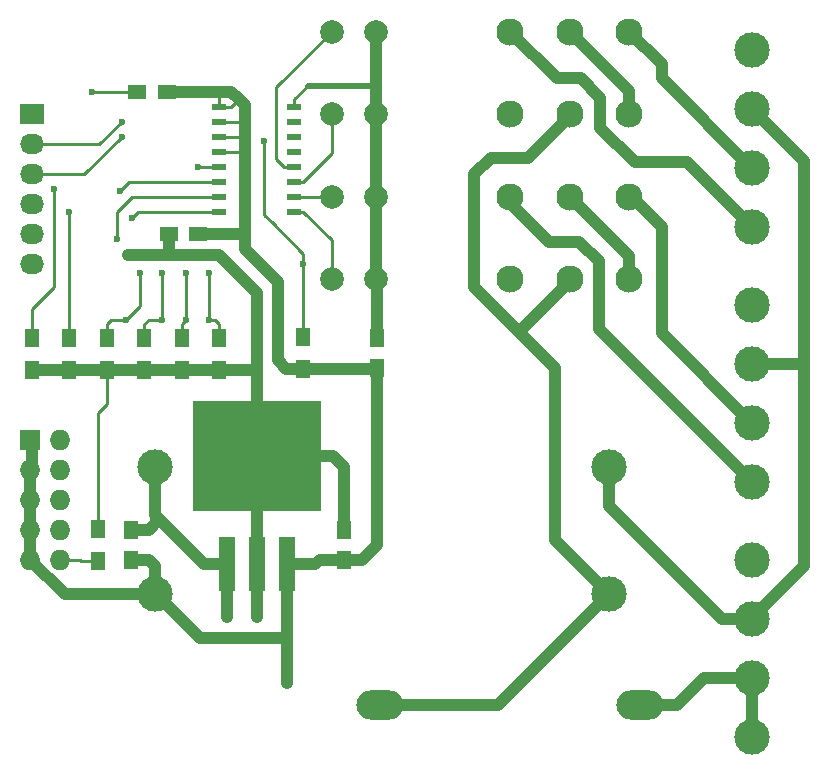
<source format=gbl>
G04 #@! TF.FileFunction,Copper,L2,Bot,Signal*
%FSLAX46Y46*%
G04 Gerber Fmt 4.6, Leading zero omitted, Abs format (unit mm)*
G04 Created by KiCad (PCBNEW 4.0.2+e4-6225~38~ubuntu14.04.1-stable) date Sun 31 Jul 2016 09:36:03 AM CEST*
%MOMM*%
G01*
G04 APERTURE LIST*
%ADD10C,0.100000*%
%ADD11R,1.500000X1.250000*%
%ADD12O,4.000500X2.499360*%
%ADD13R,2.032000X1.727200*%
%ADD14O,2.032000X1.727200*%
%ADD15R,1.300000X1.500000*%
%ADD16R,1.390000X4.600000*%
%ADD17R,10.800000X9.400000*%
%ADD18R,1.143000X0.508000*%
%ADD19C,3.000000*%
%ADD20C,2.300000*%
%ADD21C,2.000000*%
%ADD22R,1.250000X1.500000*%
%ADD23R,1.727200X1.727200*%
%ADD24O,1.727200X1.727200*%
%ADD25C,0.600000*%
%ADD26C,1.000000*%
%ADD27C,0.250000*%
%ADD28C,0.500000*%
G04 APERTURE END LIST*
D10*
D11*
X123845000Y-82931000D03*
X126345000Y-82931000D03*
X121178000Y-70866000D03*
X123678000Y-70866000D03*
D12*
X163781740Y-122809000D03*
X141780260Y-122809000D03*
D13*
X112268000Y-72771000D03*
D14*
X112268000Y-75311000D03*
X112268000Y-77851000D03*
X112268000Y-80391000D03*
X112268000Y-82931000D03*
X112268000Y-85471000D03*
D15*
X121793000Y-94441000D03*
X121793000Y-91741000D03*
X118618000Y-94441000D03*
X118618000Y-91741000D03*
X124968000Y-94441000D03*
X124968000Y-91741000D03*
X128143000Y-94441000D03*
X128143000Y-91741000D03*
X115443000Y-94441000D03*
X115443000Y-91741000D03*
X112268000Y-94441000D03*
X112268000Y-91741000D03*
X135255000Y-94314000D03*
X135255000Y-91614000D03*
D16*
X131318000Y-110871000D03*
D17*
X131318000Y-101721000D03*
D16*
X128778000Y-110871000D03*
X133858000Y-110871000D03*
D18*
X134493000Y-81026000D03*
X134493000Y-78486000D03*
X134493000Y-77216000D03*
X134493000Y-75946000D03*
X134493000Y-74676000D03*
X134493000Y-73406000D03*
X134493000Y-72136000D03*
X128143000Y-72136000D03*
X128143000Y-73406000D03*
X128143000Y-74676000D03*
X128143000Y-75946000D03*
X128143000Y-77216000D03*
X128143000Y-78486000D03*
X128143000Y-79756000D03*
X128143000Y-81026000D03*
X134493000Y-79756000D03*
D19*
X173230000Y-110476000D03*
X173230000Y-115476000D03*
X173230000Y-120476000D03*
X173230000Y-125476000D03*
X173230000Y-88886000D03*
X173230000Y-93886000D03*
X173230000Y-98886000D03*
X173230000Y-103886000D03*
X173230000Y-67296000D03*
X173230000Y-72296000D03*
X173230000Y-77296000D03*
X173230000Y-82296000D03*
X122663000Y-102661000D03*
X161163000Y-102661000D03*
X122663000Y-113411000D03*
X161163000Y-113411000D03*
D20*
X162868000Y-86741000D03*
X157828000Y-86741000D03*
X152788000Y-86741000D03*
D21*
X141448000Y-86741000D03*
X137668000Y-86741000D03*
D20*
X162868000Y-79756000D03*
X157828000Y-79756000D03*
X152788000Y-79756000D03*
D21*
X141448000Y-79756000D03*
X137668000Y-79756000D03*
D20*
X162868000Y-72771000D03*
X157828000Y-72771000D03*
X152788000Y-72771000D03*
D21*
X141448000Y-72771000D03*
X137668000Y-72771000D03*
D20*
X162868000Y-65786000D03*
X157828000Y-65786000D03*
X152788000Y-65786000D03*
D21*
X141448000Y-65786000D03*
X137668000Y-65786000D03*
D22*
X141478000Y-91714000D03*
X141478000Y-94214000D03*
D15*
X117856000Y-110570000D03*
X117856000Y-107870000D03*
D23*
X112141000Y-100330000D03*
D24*
X114681000Y-100330000D03*
X112141000Y-102870000D03*
X114681000Y-102870000D03*
X112141000Y-105410000D03*
X114681000Y-105410000D03*
X112141000Y-107950000D03*
X114681000Y-107950000D03*
X112141000Y-110490000D03*
X114681000Y-110490000D03*
D22*
X120650000Y-107970000D03*
X120650000Y-110470000D03*
X138684000Y-107970000D03*
X138684000Y-110470000D03*
D25*
X128778000Y-114300000D03*
X128778000Y-115316000D03*
X133858000Y-119888000D03*
X133858000Y-120904000D03*
X131064000Y-84963000D03*
X131318000Y-114300000D03*
X131318000Y-115316000D03*
X120396000Y-84709000D03*
X114173000Y-79121000D03*
X117348000Y-70866000D03*
X119888000Y-73406000D03*
X119888000Y-74676000D03*
X123317000Y-86233000D03*
X123317000Y-90170000D03*
X121412000Y-86233000D03*
X120269000Y-90170000D03*
X125349000Y-90170000D03*
X125349000Y-86233000D03*
X127254000Y-90170000D03*
X127254000Y-86233000D03*
X115443000Y-81026000D03*
X126365000Y-77216000D03*
X131953000Y-75057000D03*
X135255000Y-85471000D03*
X119761000Y-79248000D03*
X120777000Y-81534000D03*
X119507000Y-83312000D03*
D26*
X120650000Y-107970000D02*
X122154000Y-107970000D01*
X122154000Y-107970000D02*
X123063000Y-107061000D01*
X128778000Y-110871000D02*
X128778000Y-114300000D01*
X128778000Y-114300000D02*
X128778000Y-115316000D01*
X141478000Y-91714000D02*
X141478000Y-86771000D01*
X141478000Y-86771000D02*
X141448000Y-86741000D01*
D27*
X134493000Y-72136000D02*
X134493000Y-71501000D01*
D28*
X141478000Y-70485000D02*
X141448000Y-70485000D01*
X141478000Y-70388000D02*
X141478000Y-70485000D01*
X141448000Y-70358000D02*
X141478000Y-70388000D01*
X135636000Y-70358000D02*
X141448000Y-70358000D01*
D27*
X134493000Y-71501000D02*
X135636000Y-70358000D01*
D28*
X141478000Y-70231000D02*
X141448000Y-70231000D01*
X141448000Y-70231000D02*
X141478000Y-70231000D01*
X141478000Y-70231000D02*
X141448000Y-70231000D01*
D26*
X141448000Y-86741000D02*
X141448000Y-79756000D01*
X141448000Y-79756000D02*
X141448000Y-72771000D01*
X141448000Y-72771000D02*
X141448000Y-70485000D01*
X141448000Y-70485000D02*
X141448000Y-70231000D01*
X141448000Y-70231000D02*
X141448000Y-65786000D01*
X122663000Y-102661000D02*
X122663000Y-106661000D01*
X126873000Y-110871000D02*
X128778000Y-110871000D01*
X122663000Y-106661000D02*
X123063000Y-107061000D01*
X123063000Y-107061000D02*
X123317000Y-107315000D01*
X123317000Y-107315000D02*
X126873000Y-110871000D01*
X138684000Y-110470000D02*
X140228000Y-110470000D01*
X141478000Y-109220000D02*
X141478000Y-94214000D01*
X140228000Y-110470000D02*
X141478000Y-109220000D01*
X138684000Y-110470000D02*
X136672000Y-110470000D01*
X136271000Y-110871000D02*
X133858000Y-110871000D01*
X136672000Y-110470000D02*
X136271000Y-110871000D01*
X135255000Y-94314000D02*
X138303000Y-94314000D01*
X138303000Y-94314000D02*
X141378000Y-94314000D01*
X120650000Y-110470000D02*
X122154000Y-110470000D01*
X122663000Y-110979000D02*
X122663000Y-113411000D01*
X122154000Y-110470000D02*
X122663000Y-110979000D01*
X112141000Y-107950000D02*
X112141000Y-110490000D01*
X112141000Y-110490000D02*
X115062000Y-113411000D01*
X115062000Y-113411000D02*
X122663000Y-113411000D01*
X130302000Y-117094000D02*
X133858000Y-117094000D01*
X133858000Y-115316000D02*
X133858000Y-117094000D01*
X133858000Y-117094000D02*
X133858000Y-119888000D01*
X133858000Y-119888000D02*
X133858000Y-120904000D01*
X112141000Y-105410000D02*
X112141000Y-107950000D01*
X112141000Y-105410000D02*
X112141000Y-102870000D01*
X112268000Y-102743000D02*
X112268000Y-100330000D01*
X122663000Y-113411000D02*
X122809000Y-113411000D01*
X122809000Y-113411000D02*
X126492000Y-117094000D01*
X133858000Y-115316000D02*
X133858000Y-110871000D01*
X126492000Y-117094000D02*
X130302000Y-117094000D01*
X122663000Y-113411000D02*
X122682000Y-113411000D01*
D27*
X128143000Y-72136000D02*
X129159000Y-72136000D01*
X129159000Y-72136000D02*
X129794000Y-71501000D01*
D26*
X141378000Y-94314000D02*
X141478000Y-94214000D01*
D27*
X128143000Y-72136000D02*
X128143000Y-70866000D01*
X128143000Y-75946000D02*
X130302000Y-75946000D01*
X128143000Y-74676000D02*
X130302000Y-74676000D01*
X128143000Y-73406000D02*
X130302000Y-73406000D01*
D26*
X126345000Y-82931000D02*
X130302000Y-82931000D01*
X135255000Y-94314000D02*
X133811000Y-94314000D01*
X129159000Y-70866000D02*
X128143000Y-70866000D01*
X129794000Y-71501000D02*
X129159000Y-70866000D01*
X128143000Y-70866000D02*
X123678000Y-70866000D01*
X130302000Y-72009000D02*
X129794000Y-71501000D01*
X130302000Y-73406000D02*
X130302000Y-72009000D01*
X130302000Y-84201000D02*
X130302000Y-82931000D01*
X130302000Y-82931000D02*
X130302000Y-75946000D01*
X130302000Y-75946000D02*
X130302000Y-74676000D01*
X130302000Y-74676000D02*
X130302000Y-73406000D01*
X133096000Y-86995000D02*
X131064000Y-84963000D01*
X131064000Y-84963000D02*
X130302000Y-84201000D01*
X133096000Y-93599000D02*
X133096000Y-86995000D01*
X133811000Y-94314000D02*
X133096000Y-93599000D01*
X138684000Y-107970000D02*
X138684000Y-105156000D01*
X137789000Y-101721000D02*
X131318000Y-101721000D01*
X138684000Y-102616000D02*
X137789000Y-101721000D01*
X138684000Y-105156000D02*
X138684000Y-102616000D01*
D27*
X117856000Y-107870000D02*
X117856000Y-98044000D01*
X118618000Y-97282000D02*
X118618000Y-94441000D01*
X117856000Y-98044000D02*
X118618000Y-97282000D01*
D26*
X131318000Y-110871000D02*
X131318000Y-114300000D01*
X131318000Y-114300000D02*
X131318000Y-115316000D01*
X128143000Y-94441000D02*
X131318000Y-94441000D01*
X131318000Y-94441000D02*
X131318000Y-94488000D01*
X123845000Y-82931000D02*
X123845000Y-84709000D01*
X123845000Y-84709000D02*
X123825000Y-84709000D01*
X131318000Y-87884000D02*
X131318000Y-94488000D01*
X123825000Y-84709000D02*
X128143000Y-84709000D01*
X128143000Y-84709000D02*
X131318000Y-87884000D01*
X131318000Y-94488000D02*
X131318000Y-101721000D01*
X120396000Y-84709000D02*
X123825000Y-84709000D01*
X128143000Y-98546000D02*
X131318000Y-101721000D01*
X112268000Y-94441000D02*
X115443000Y-94441000D01*
X115443000Y-94441000D02*
X117094000Y-94441000D01*
X117094000Y-94441000D02*
X118618000Y-94441000D01*
X118618000Y-94441000D02*
X121793000Y-94441000D01*
X121793000Y-94441000D02*
X124968000Y-94441000D01*
X124968000Y-94441000D02*
X128143000Y-94441000D01*
X131318000Y-110871000D02*
X131318000Y-101721000D01*
X128143000Y-98546000D02*
X131318000Y-101721000D01*
D27*
X112268000Y-91741000D02*
X112268000Y-89281000D01*
X114173000Y-87376000D02*
X114173000Y-79121000D01*
X112268000Y-89281000D02*
X114173000Y-87376000D01*
X117348000Y-70866000D02*
X121178000Y-70866000D01*
D26*
X173230000Y-125476000D02*
X173230000Y-120476000D01*
X163781740Y-122809000D02*
X166878000Y-122809000D01*
X169211000Y-120476000D02*
X173230000Y-120476000D01*
X166878000Y-122809000D02*
X169211000Y-120476000D01*
X141780260Y-122809000D02*
X151765000Y-122809000D01*
X151765000Y-122809000D02*
X161163000Y-113411000D01*
X161163000Y-113411000D02*
X156591000Y-108839000D01*
X156591000Y-108839000D02*
X156591000Y-94234000D01*
X156591000Y-94234000D02*
X156591000Y-94361000D01*
X156591000Y-94361000D02*
X156591000Y-94234000D01*
D27*
X157828000Y-86741000D02*
X157828000Y-86901000D01*
D26*
X157828000Y-86901000D02*
X153543000Y-91186000D01*
D27*
X157828000Y-72771000D02*
X157828000Y-72931000D01*
D26*
X157828000Y-72931000D02*
X154305000Y-76454000D01*
X149733000Y-87376000D02*
X153543000Y-91186000D01*
X149733000Y-77851000D02*
X149733000Y-87376000D01*
X151130000Y-76454000D02*
X149733000Y-77851000D01*
X154305000Y-76454000D02*
X151130000Y-76454000D01*
X153543000Y-91186000D02*
X156591000Y-94234000D01*
D27*
X117983000Y-75311000D02*
X112268000Y-75311000D01*
X119888000Y-73406000D02*
X117983000Y-75311000D01*
X116713000Y-77851000D02*
X112268000Y-77851000D01*
X119888000Y-74676000D02*
X116713000Y-77851000D01*
X123317000Y-90170000D02*
X122174000Y-90170000D01*
X121793000Y-90551000D02*
X121793000Y-91741000D01*
X122174000Y-90170000D02*
X121793000Y-90551000D01*
X123317000Y-86233000D02*
X123317000Y-90170000D01*
X121412000Y-86233000D02*
X121412000Y-89027000D01*
X121412000Y-89027000D02*
X120269000Y-90170000D01*
X120269000Y-90170000D02*
X118999000Y-90170000D01*
X118999000Y-90170000D02*
X118618000Y-90551000D01*
X118618000Y-90551000D02*
X118618000Y-91741000D01*
X125349000Y-90170000D02*
X124968000Y-90551000D01*
X125349000Y-86233000D02*
X125349000Y-90170000D01*
X124968000Y-90551000D02*
X124968000Y-91741000D01*
X127254000Y-90170000D02*
X127762000Y-90170000D01*
X127762000Y-90170000D02*
X128143000Y-90551000D01*
X127254000Y-86233000D02*
X127254000Y-90170000D01*
X128143000Y-91741000D02*
X128143000Y-90551000D01*
X115443000Y-91741000D02*
X115443000Y-81026000D01*
X131953000Y-75057000D02*
X131953000Y-81280000D01*
X131953000Y-81280000D02*
X132588000Y-81915000D01*
X135255000Y-85471000D02*
X135255000Y-84582000D01*
X126365000Y-77216000D02*
X128143000Y-77216000D01*
X135255000Y-84582000D02*
X132588000Y-81915000D01*
X135255000Y-91614000D02*
X135255000Y-85471000D01*
X128143000Y-78486000D02*
X120523000Y-78486000D01*
X120523000Y-78486000D02*
X119761000Y-79248000D01*
X128143000Y-81026000D02*
X121285000Y-81026000D01*
X121285000Y-81026000D02*
X120777000Y-81534000D01*
X128143000Y-79756000D02*
X120777000Y-79756000D01*
X119507000Y-81026000D02*
X119507000Y-83312000D01*
X120777000Y-79756000D02*
X119507000Y-81026000D01*
X134493000Y-81026000D02*
X135255000Y-81026000D01*
X137668000Y-83439000D02*
X137668000Y-86741000D01*
X135255000Y-81026000D02*
X137668000Y-83439000D01*
X134493000Y-78486000D02*
X135255000Y-78486000D01*
X137668000Y-76073000D02*
X137668000Y-72771000D01*
X135255000Y-78486000D02*
X137668000Y-76073000D01*
X134493000Y-77216000D02*
X133604000Y-77216000D01*
X132969000Y-70485000D02*
X137668000Y-65786000D01*
X132969000Y-76581000D02*
X132969000Y-70485000D01*
X133604000Y-77216000D02*
X132969000Y-76581000D01*
X134493000Y-79756000D02*
X137668000Y-79756000D01*
D26*
X161163000Y-102661000D02*
X161163000Y-105918000D01*
X170721000Y-115476000D02*
X173230000Y-115476000D01*
X161163000Y-105918000D02*
X170721000Y-115476000D01*
X161163000Y-102661000D02*
X161208000Y-102661000D01*
X173230000Y-93886000D02*
X177673000Y-93886000D01*
X177673000Y-93886000D02*
X177673000Y-93980000D01*
X173230000Y-115476000D02*
X173230000Y-115441000D01*
X173230000Y-115441000D02*
X177673000Y-110998000D01*
X177673000Y-110998000D02*
X177673000Y-107061000D01*
X177673000Y-107061000D02*
X177673000Y-93980000D01*
X177673000Y-93980000D02*
X177673000Y-76739000D01*
X177673000Y-76739000D02*
X173230000Y-72296000D01*
X173355000Y-93886000D02*
X173355000Y-93980000D01*
X173230000Y-98886000D02*
X173181000Y-98886000D01*
X173181000Y-98886000D02*
X165608000Y-91313000D01*
X165608000Y-82296000D02*
X165608000Y-91313000D01*
X165608000Y-82296000D02*
X163068000Y-79756000D01*
D27*
X162868000Y-79756000D02*
X163068000Y-79756000D01*
D26*
X173230000Y-103886000D02*
X173228000Y-103886000D01*
X173228000Y-103886000D02*
X161671000Y-92329000D01*
X156083000Y-83566000D02*
X158623000Y-83566000D01*
X158623000Y-83566000D02*
X160274000Y-85217000D01*
X160274000Y-85217000D02*
X160274000Y-90932000D01*
X156083000Y-83566000D02*
X152788000Y-80271000D01*
X160274000Y-90932000D02*
X161671000Y-92329000D01*
D27*
X152788000Y-79756000D02*
X152788000Y-80271000D01*
D26*
X173230000Y-77296000D02*
X173181000Y-77296000D01*
X173181000Y-77296000D02*
X165608000Y-69723000D01*
X173150000Y-77216000D02*
X173230000Y-77296000D01*
X165608000Y-68526000D02*
X162868000Y-65786000D01*
X165608000Y-69723000D02*
X165608000Y-68526000D01*
X173230000Y-82296000D02*
X173228000Y-82296000D01*
X173228000Y-82296000D02*
X167767000Y-76835000D01*
X167767000Y-76835000D02*
X163322000Y-76835000D01*
X152788000Y-65786000D02*
X152788000Y-65793000D01*
X152788000Y-65793000D02*
X156718000Y-69723000D01*
X160401000Y-73914000D02*
X163322000Y-76835000D01*
X160401000Y-71374000D02*
X160401000Y-73914000D01*
X158750000Y-69723000D02*
X160401000Y-71374000D01*
X156718000Y-69723000D02*
X158750000Y-69723000D01*
D27*
X152788000Y-65786000D02*
X152908000Y-65786000D01*
D26*
X162868000Y-86741000D02*
X162868000Y-84796000D01*
X162868000Y-84796000D02*
X157828000Y-79756000D01*
X162868000Y-72771000D02*
X162868000Y-70826000D01*
X162868000Y-70826000D02*
X157828000Y-65786000D01*
D27*
X117856000Y-110570000D02*
X116412000Y-110570000D01*
X116332000Y-110490000D02*
X114681000Y-110490000D01*
X116412000Y-110570000D02*
X116332000Y-110490000D01*
M02*

</source>
